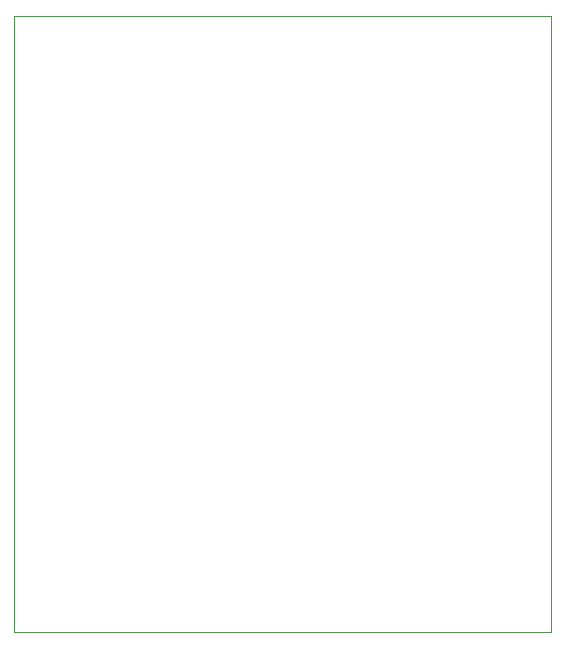
<source format=gbr>
%TF.GenerationSoftware,KiCad,Pcbnew,7.0.9*%
%TF.CreationDate,2023-12-04T13:48:36-06:00*%
%TF.ProjectId,smartportsd-smd,736d6172-7470-46f7-9274-73642d736d64,rev?*%
%TF.SameCoordinates,Original*%
%TF.FileFunction,Profile,NP*%
%FSLAX46Y46*%
G04 Gerber Fmt 4.6, Leading zero omitted, Abs format (unit mm)*
G04 Created by KiCad (PCBNEW 7.0.9) date 2023-12-04 13:48:36*
%MOMM*%
%LPD*%
G01*
G04 APERTURE LIST*
%TA.AperFunction,Profile*%
%ADD10C,0.100000*%
%TD*%
G04 APERTURE END LIST*
D10*
X134286000Y-82600000D02*
X179714000Y-82600000D01*
X179714000Y-134747000D01*
X134286000Y-134747000D01*
X134286000Y-82600000D01*
M02*

</source>
